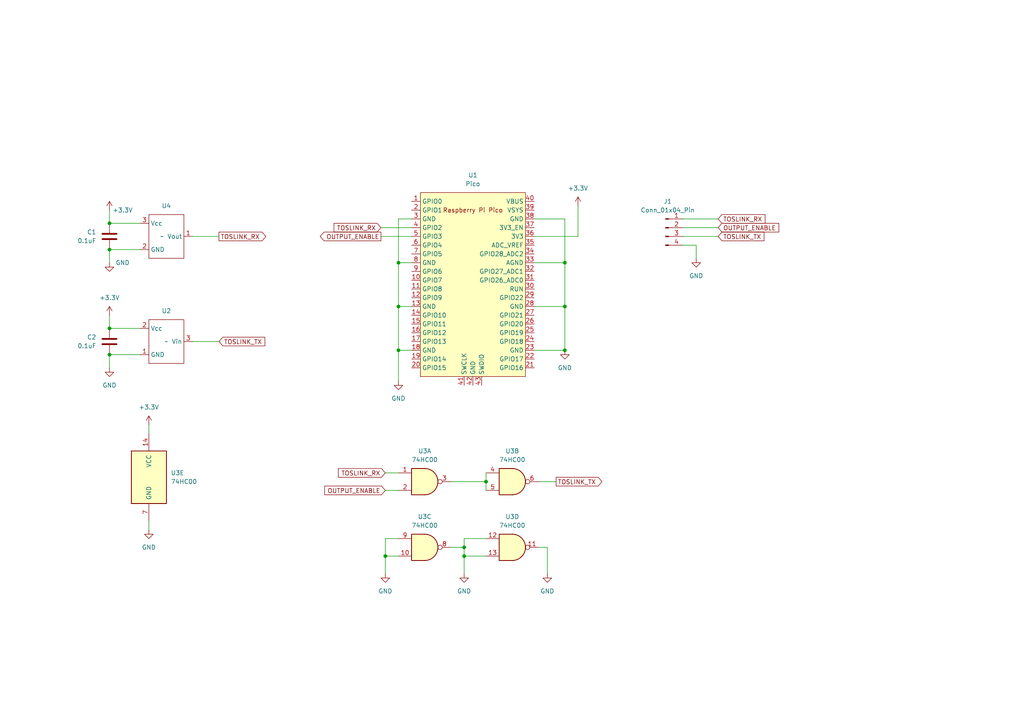
<source format=kicad_sch>
(kicad_sch (version 20230121) (generator eeschema)

  (uuid e81c75ca-fd6e-46a3-8da3-e93d4c2e0af9)

  (paper "A4")

  (lib_symbols
    (symbol "74xx:74HC00" (pin_names (offset 1.016)) (in_bom yes) (on_board yes)
      (property "Reference" "U" (at 0 1.27 0)
        (effects (font (size 1.27 1.27)))
      )
      (property "Value" "74HC00" (at 0 -1.27 0)
        (effects (font (size 1.27 1.27)))
      )
      (property "Footprint" "" (at 0 0 0)
        (effects (font (size 1.27 1.27)) hide)
      )
      (property "Datasheet" "http://www.ti.com/lit/gpn/sn74hc00" (at 0 0 0)
        (effects (font (size 1.27 1.27)) hide)
      )
      (property "ki_locked" "" (at 0 0 0)
        (effects (font (size 1.27 1.27)))
      )
      (property "ki_keywords" "HCMOS nand 2-input" (at 0 0 0)
        (effects (font (size 1.27 1.27)) hide)
      )
      (property "ki_description" "quad 2-input NAND gate" (at 0 0 0)
        (effects (font (size 1.27 1.27)) hide)
      )
      (property "ki_fp_filters" "DIP*W7.62mm* SO14*" (at 0 0 0)
        (effects (font (size 1.27 1.27)) hide)
      )
      (symbol "74HC00_1_1"
        (arc (start 0 -3.81) (mid 3.7934 0) (end 0 3.81)
          (stroke (width 0.254) (type default))
          (fill (type background))
        )
        (polyline
          (pts
            (xy 0 3.81)
            (xy -3.81 3.81)
            (xy -3.81 -3.81)
            (xy 0 -3.81)
          )
          (stroke (width 0.254) (type default))
          (fill (type background))
        )
        (pin input line (at -7.62 2.54 0) (length 3.81)
          (name "~" (effects (font (size 1.27 1.27))))
          (number "1" (effects (font (size 1.27 1.27))))
        )
        (pin input line (at -7.62 -2.54 0) (length 3.81)
          (name "~" (effects (font (size 1.27 1.27))))
          (number "2" (effects (font (size 1.27 1.27))))
        )
        (pin output inverted (at 7.62 0 180) (length 3.81)
          (name "~" (effects (font (size 1.27 1.27))))
          (number "3" (effects (font (size 1.27 1.27))))
        )
      )
      (symbol "74HC00_1_2"
        (arc (start -3.81 -3.81) (mid -2.589 0) (end -3.81 3.81)
          (stroke (width 0.254) (type default))
          (fill (type none))
        )
        (arc (start -0.6096 -3.81) (mid 2.1842 -2.5851) (end 3.81 0)
          (stroke (width 0.254) (type default))
          (fill (type background))
        )
        (polyline
          (pts
            (xy -3.81 -3.81)
            (xy -0.635 -3.81)
          )
          (stroke (width 0.254) (type default))
          (fill (type background))
        )
        (polyline
          (pts
            (xy -3.81 3.81)
            (xy -0.635 3.81)
          )
          (stroke (width 0.254) (type default))
          (fill (type background))
        )
        (polyline
          (pts
            (xy -0.635 3.81)
            (xy -3.81 3.81)
            (xy -3.81 3.81)
            (xy -3.556 3.4036)
            (xy -3.0226 2.2606)
            (xy -2.6924 1.0414)
            (xy -2.6162 -0.254)
            (xy -2.7686 -1.4986)
            (xy -3.175 -2.7178)
            (xy -3.81 -3.81)
            (xy -3.81 -3.81)
            (xy -0.635 -3.81)
          )
          (stroke (width -25.4) (type default))
          (fill (type background))
        )
        (arc (start 3.81 0) (mid 2.1915 2.5936) (end -0.6096 3.81)
          (stroke (width 0.254) (type default))
          (fill (type background))
        )
        (pin input inverted (at -7.62 2.54 0) (length 4.318)
          (name "~" (effects (font (size 1.27 1.27))))
          (number "1" (effects (font (size 1.27 1.27))))
        )
        (pin input inverted (at -7.62 -2.54 0) (length 4.318)
          (name "~" (effects (font (size 1.27 1.27))))
          (number "2" (effects (font (size 1.27 1.27))))
        )
        (pin output line (at 7.62 0 180) (length 3.81)
          (name "~" (effects (font (size 1.27 1.27))))
          (number "3" (effects (font (size 1.27 1.27))))
        )
      )
      (symbol "74HC00_2_1"
        (arc (start 0 -3.81) (mid 3.7934 0) (end 0 3.81)
          (stroke (width 0.254) (type default))
          (fill (type background))
        )
        (polyline
          (pts
            (xy 0 3.81)
            (xy -3.81 3.81)
            (xy -3.81 -3.81)
            (xy 0 -3.81)
          )
          (stroke (width 0.254) (type default))
          (fill (type background))
        )
        (pin input line (at -7.62 2.54 0) (length 3.81)
          (name "~" (effects (font (size 1.27 1.27))))
          (number "4" (effects (font (size 1.27 1.27))))
        )
        (pin input line (at -7.62 -2.54 0) (length 3.81)
          (name "~" (effects (font (size 1.27 1.27))))
          (number "5" (effects (font (size 1.27 1.27))))
        )
        (pin output inverted (at 7.62 0 180) (length 3.81)
          (name "~" (effects (font (size 1.27 1.27))))
          (number "6" (effects (font (size 1.27 1.27))))
        )
      )
      (symbol "74HC00_2_2"
        (arc (start -3.81 -3.81) (mid -2.589 0) (end -3.81 3.81)
          (stroke (width 0.254) (type default))
          (fill (type none))
        )
        (arc (start -0.6096 -3.81) (mid 2.1842 -2.5851) (end 3.81 0)
          (stroke (width 0.254) (type default))
          (fill (type background))
        )
        (polyline
          (pts
            (xy -3.81 -3.81)
            (xy -0.635 -3.81)
          )
          (stroke (width 0.254) (type default))
          (fill (type background))
        )
        (polyline
          (pts
            (xy -3.81 3.81)
            (xy -0.635 3.81)
          )
          (stroke (width 0.254) (type default))
          (fill (type background))
        )
        (polyline
          (pts
            (xy -0.635 3.81)
            (xy -3.81 3.81)
            (xy -3.81 3.81)
            (xy -3.556 3.4036)
            (xy -3.0226 2.2606)
            (xy -2.6924 1.0414)
            (xy -2.6162 -0.254)
            (xy -2.7686 -1.4986)
            (xy -3.175 -2.7178)
            (xy -3.81 -3.81)
            (xy -3.81 -3.81)
            (xy -0.635 -3.81)
          )
          (stroke (width -25.4) (type default))
          (fill (type background))
        )
        (arc (start 3.81 0) (mid 2.1915 2.5936) (end -0.6096 3.81)
          (stroke (width 0.254) (type default))
          (fill (type background))
        )
        (pin input inverted (at -7.62 2.54 0) (length 4.318)
          (name "~" (effects (font (size 1.27 1.27))))
          (number "4" (effects (font (size 1.27 1.27))))
        )
        (pin input inverted (at -7.62 -2.54 0) (length 4.318)
          (name "~" (effects (font (size 1.27 1.27))))
          (number "5" (effects (font (size 1.27 1.27))))
        )
        (pin output line (at 7.62 0 180) (length 3.81)
          (name "~" (effects (font (size 1.27 1.27))))
          (number "6" (effects (font (size 1.27 1.27))))
        )
      )
      (symbol "74HC00_3_1"
        (arc (start 0 -3.81) (mid 3.7934 0) (end 0 3.81)
          (stroke (width 0.254) (type default))
          (fill (type background))
        )
        (polyline
          (pts
            (xy 0 3.81)
            (xy -3.81 3.81)
            (xy -3.81 -3.81)
            (xy 0 -3.81)
          )
          (stroke (width 0.254) (type default))
          (fill (type background))
        )
        (pin input line (at -7.62 -2.54 0) (length 3.81)
          (name "~" (effects (font (size 1.27 1.27))))
          (number "10" (effects (font (size 1.27 1.27))))
        )
        (pin output inverted (at 7.62 0 180) (length 3.81)
          (name "~" (effects (font (size 1.27 1.27))))
          (number "8" (effects (font (size 1.27 1.27))))
        )
        (pin input line (at -7.62 2.54 0) (length 3.81)
          (name "~" (effects (font (size 1.27 1.27))))
          (number "9" (effects (font (size 1.27 1.27))))
        )
      )
      (symbol "74HC00_3_2"
        (arc (start -3.81 -3.81) (mid -2.589 0) (end -3.81 3.81)
          (stroke (width 0.254) (type default))
          (fill (type none))
        )
        (arc (start -0.6096 -3.81) (mid 2.1842 -2.5851) (end 3.81 0)
          (stroke (width 0.254) (type default))
          (fill (type background))
        )
        (polyline
          (pts
            (xy -3.81 -3.81)
            (xy -0.635 -3.81)
          )
          (stroke (width 0.254) (type default))
          (fill (type background))
        )
        (polyline
          (pts
            (xy -3.81 3.81)
            (xy -0.635 3.81)
          )
          (stroke (width 0.254) (type default))
          (fill (type background))
        )
        (polyline
          (pts
            (xy -0.635 3.81)
            (xy -3.81 3.81)
            (xy -3.81 3.81)
            (xy -3.556 3.4036)
            (xy -3.0226 2.2606)
            (xy -2.6924 1.0414)
            (xy -2.6162 -0.254)
            (xy -2.7686 -1.4986)
            (xy -3.175 -2.7178)
            (xy -3.81 -3.81)
            (xy -3.81 -3.81)
            (xy -0.635 -3.81)
          )
          (stroke (width -25.4) (type default))
          (fill (type background))
        )
        (arc (start 3.81 0) (mid 2.1915 2.5936) (end -0.6096 3.81)
          (stroke (width 0.254) (type default))
          (fill (type background))
        )
        (pin input inverted (at -7.62 -2.54 0) (length 4.318)
          (name "~" (effects (font (size 1.27 1.27))))
          (number "10" (effects (font (size 1.27 1.27))))
        )
        (pin output line (at 7.62 0 180) (length 3.81)
          (name "~" (effects (font (size 1.27 1.27))))
          (number "8" (effects (font (size 1.27 1.27))))
        )
        (pin input inverted (at -7.62 2.54 0) (length 4.318)
          (name "~" (effects (font (size 1.27 1.27))))
          (number "9" (effects (font (size 1.27 1.27))))
        )
      )
      (symbol "74HC00_4_1"
        (arc (start 0 -3.81) (mid 3.7934 0) (end 0 3.81)
          (stroke (width 0.254) (type default))
          (fill (type background))
        )
        (polyline
          (pts
            (xy 0 3.81)
            (xy -3.81 3.81)
            (xy -3.81 -3.81)
            (xy 0 -3.81)
          )
          (stroke (width 0.254) (type default))
          (fill (type background))
        )
        (pin output inverted (at 7.62 0 180) (length 3.81)
          (name "~" (effects (font (size 1.27 1.27))))
          (number "11" (effects (font (size 1.27 1.27))))
        )
        (pin input line (at -7.62 2.54 0) (length 3.81)
          (name "~" (effects (font (size 1.27 1.27))))
          (number "12" (effects (font (size 1.27 1.27))))
        )
        (pin input line (at -7.62 -2.54 0) (length 3.81)
          (name "~" (effects (font (size 1.27 1.27))))
          (number "13" (effects (font (size 1.27 1.27))))
        )
      )
      (symbol "74HC00_4_2"
        (arc (start -3.81 -3.81) (mid -2.589 0) (end -3.81 3.81)
          (stroke (width 0.254) (type default))
          (fill (type none))
        )
        (arc (start -0.6096 -3.81) (mid 2.1842 -2.5851) (end 3.81 0)
          (stroke (width 0.254) (type default))
          (fill (type background))
        )
        (polyline
          (pts
            (xy -3.81 -3.81)
            (xy -0.635 -3.81)
          )
          (stroke (width 0.254) (type default))
          (fill (type background))
        )
        (polyline
          (pts
            (xy -3.81 3.81)
            (xy -0.635 3.81)
          )
          (stroke (width 0.254) (type default))
          (fill (type background))
        )
        (polyline
          (pts
            (xy -0.635 3.81)
            (xy -3.81 3.81)
            (xy -3.81 3.81)
            (xy -3.556 3.4036)
            (xy -3.0226 2.2606)
            (xy -2.6924 1.0414)
            (xy -2.6162 -0.254)
            (xy -2.7686 -1.4986)
            (xy -3.175 -2.7178)
            (xy -3.81 -3.81)
            (xy -3.81 -3.81)
            (xy -0.635 -3.81)
          )
          (stroke (width -25.4) (type default))
          (fill (type background))
        )
        (arc (start 3.81 0) (mid 2.1915 2.5936) (end -0.6096 3.81)
          (stroke (width 0.254) (type default))
          (fill (type background))
        )
        (pin output line (at 7.62 0 180) (length 3.81)
          (name "~" (effects (font (size 1.27 1.27))))
          (number "11" (effects (font (size 1.27 1.27))))
        )
        (pin input inverted (at -7.62 2.54 0) (length 4.318)
          (name "~" (effects (font (size 1.27 1.27))))
          (number "12" (effects (font (size 1.27 1.27))))
        )
        (pin input inverted (at -7.62 -2.54 0) (length 4.318)
          (name "~" (effects (font (size 1.27 1.27))))
          (number "13" (effects (font (size 1.27 1.27))))
        )
      )
      (symbol "74HC00_5_0"
        (pin power_in line (at 0 12.7 270) (length 5.08)
          (name "VCC" (effects (font (size 1.27 1.27))))
          (number "14" (effects (font (size 1.27 1.27))))
        )
        (pin power_in line (at 0 -12.7 90) (length 5.08)
          (name "GND" (effects (font (size 1.27 1.27))))
          (number "7" (effects (font (size 1.27 1.27))))
        )
      )
      (symbol "74HC00_5_1"
        (rectangle (start -5.08 7.62) (end 5.08 -7.62)
          (stroke (width 0.254) (type default))
          (fill (type background))
        )
      )
    )
    (symbol "Connector:Conn_01x04_Pin" (pin_names (offset 1.016) hide) (in_bom yes) (on_board yes)
      (property "Reference" "J" (at 0 5.08 0)
        (effects (font (size 1.27 1.27)))
      )
      (property "Value" "Conn_01x04_Pin" (at 0 -7.62 0)
        (effects (font (size 1.27 1.27)))
      )
      (property "Footprint" "" (at 0 0 0)
        (effects (font (size 1.27 1.27)) hide)
      )
      (property "Datasheet" "~" (at 0 0 0)
        (effects (font (size 1.27 1.27)) hide)
      )
      (property "ki_locked" "" (at 0 0 0)
        (effects (font (size 1.27 1.27)))
      )
      (property "ki_keywords" "connector" (at 0 0 0)
        (effects (font (size 1.27 1.27)) hide)
      )
      (property "ki_description" "Generic connector, single row, 01x04, script generated" (at 0 0 0)
        (effects (font (size 1.27 1.27)) hide)
      )
      (property "ki_fp_filters" "Connector*:*_1x??_*" (at 0 0 0)
        (effects (font (size 1.27 1.27)) hide)
      )
      (symbol "Conn_01x04_Pin_1_1"
        (polyline
          (pts
            (xy 1.27 -5.08)
            (xy 0.8636 -5.08)
          )
          (stroke (width 0.1524) (type default))
          (fill (type none))
        )
        (polyline
          (pts
            (xy 1.27 -2.54)
            (xy 0.8636 -2.54)
          )
          (stroke (width 0.1524) (type default))
          (fill (type none))
        )
        (polyline
          (pts
            (xy 1.27 0)
            (xy 0.8636 0)
          )
          (stroke (width 0.1524) (type default))
          (fill (type none))
        )
        (polyline
          (pts
            (xy 1.27 2.54)
            (xy 0.8636 2.54)
          )
          (stroke (width 0.1524) (type default))
          (fill (type none))
        )
        (rectangle (start 0.8636 -4.953) (end 0 -5.207)
          (stroke (width 0.1524) (type default))
          (fill (type outline))
        )
        (rectangle (start 0.8636 -2.413) (end 0 -2.667)
          (stroke (width 0.1524) (type default))
          (fill (type outline))
        )
        (rectangle (start 0.8636 0.127) (end 0 -0.127)
          (stroke (width 0.1524) (type default))
          (fill (type outline))
        )
        (rectangle (start 0.8636 2.667) (end 0 2.413)
          (stroke (width 0.1524) (type default))
          (fill (type outline))
        )
        (pin passive line (at 5.08 2.54 180) (length 3.81)
          (name "Pin_1" (effects (font (size 1.27 1.27))))
          (number "1" (effects (font (size 1.27 1.27))))
        )
        (pin passive line (at 5.08 0 180) (length 3.81)
          (name "Pin_2" (effects (font (size 1.27 1.27))))
          (number "2" (effects (font (size 1.27 1.27))))
        )
        (pin passive line (at 5.08 -2.54 180) (length 3.81)
          (name "Pin_3" (effects (font (size 1.27 1.27))))
          (number "3" (effects (font (size 1.27 1.27))))
        )
        (pin passive line (at 5.08 -5.08 180) (length 3.81)
          (name "Pin_4" (effects (font (size 1.27 1.27))))
          (number "4" (effects (font (size 1.27 1.27))))
        )
      )
    )
    (symbol "Device:C" (pin_numbers hide) (pin_names (offset 0.254)) (in_bom yes) (on_board yes)
      (property "Reference" "C" (at 0.635 2.54 0)
        (effects (font (size 1.27 1.27)) (justify left))
      )
      (property "Value" "C" (at 0.635 -2.54 0)
        (effects (font (size 1.27 1.27)) (justify left))
      )
      (property "Footprint" "" (at 0.9652 -3.81 0)
        (effects (font (size 1.27 1.27)) hide)
      )
      (property "Datasheet" "~" (at 0 0 0)
        (effects (font (size 1.27 1.27)) hide)
      )
      (property "ki_keywords" "cap capacitor" (at 0 0 0)
        (effects (font (size 1.27 1.27)) hide)
      )
      (property "ki_description" "Unpolarized capacitor" (at 0 0 0)
        (effects (font (size 1.27 1.27)) hide)
      )
      (property "ki_fp_filters" "C_*" (at 0 0 0)
        (effects (font (size 1.27 1.27)) hide)
      )
      (symbol "C_0_1"
        (polyline
          (pts
            (xy -2.032 -0.762)
            (xy 2.032 -0.762)
          )
          (stroke (width 0.508) (type default))
          (fill (type none))
        )
        (polyline
          (pts
            (xy -2.032 0.762)
            (xy 2.032 0.762)
          )
          (stroke (width 0.508) (type default))
          (fill (type none))
        )
      )
      (symbol "C_1_1"
        (pin passive line (at 0 3.81 270) (length 2.794)
          (name "~" (effects (font (size 1.27 1.27))))
          (number "1" (effects (font (size 1.27 1.27))))
        )
        (pin passive line (at 0 -3.81 90) (length 2.794)
          (name "~" (effects (font (size 1.27 1.27))))
          (number "2" (effects (font (size 1.27 1.27))))
        )
      )
    )
    (symbol "MCU_RaspberryPi_and_Boards:Pico" (in_bom yes) (on_board yes)
      (property "Reference" "U" (at -13.97 27.94 0)
        (effects (font (size 1.27 1.27)))
      )
      (property "Value" "Pico" (at 0 19.05 0)
        (effects (font (size 1.27 1.27)))
      )
      (property "Footprint" "RPi_Pico:RPi_Pico_SMD_TH" (at 0 0 90)
        (effects (font (size 1.27 1.27)) hide)
      )
      (property "Datasheet" "" (at 0 0 0)
        (effects (font (size 1.27 1.27)) hide)
      )
      (symbol "Pico_0_0"
        (text "Raspberry Pi Pico" (at 0 21.59 0)
          (effects (font (size 1.27 1.27)))
        )
      )
      (symbol "Pico_0_1"
        (rectangle (start -15.24 26.67) (end 15.24 -26.67)
          (stroke (width 0) (type default))
          (fill (type background))
        )
      )
      (symbol "Pico_1_1"
        (pin bidirectional line (at -17.78 24.13 0) (length 2.54)
          (name "GPIO0" (effects (font (size 1.27 1.27))))
          (number "1" (effects (font (size 1.27 1.27))))
        )
        (pin bidirectional line (at -17.78 1.27 0) (length 2.54)
          (name "GPIO7" (effects (font (size 1.27 1.27))))
          (number "10" (effects (font (size 1.27 1.27))))
        )
        (pin bidirectional line (at -17.78 -1.27 0) (length 2.54)
          (name "GPIO8" (effects (font (size 1.27 1.27))))
          (number "11" (effects (font (size 1.27 1.27))))
        )
        (pin bidirectional line (at -17.78 -3.81 0) (length 2.54)
          (name "GPIO9" (effects (font (size 1.27 1.27))))
          (number "12" (effects (font (size 1.27 1.27))))
        )
        (pin power_in line (at -17.78 -6.35 0) (length 2.54)
          (name "GND" (effects (font (size 1.27 1.27))))
          (number "13" (effects (font (size 1.27 1.27))))
        )
        (pin bidirectional line (at -17.78 -8.89 0) (length 2.54)
          (name "GPIO10" (effects (font (size 1.27 1.27))))
          (number "14" (effects (font (size 1.27 1.27))))
        )
        (pin bidirectional line (at -17.78 -11.43 0) (length 2.54)
          (name "GPIO11" (effects (font (size 1.27 1.27))))
          (number "15" (effects (font (size 1.27 1.27))))
        )
        (pin bidirectional line (at -17.78 -13.97 0) (length 2.54)
          (name "GPIO12" (effects (font (size 1.27 1.27))))
          (number "16" (effects (font (size 1.27 1.27))))
        )
        (pin bidirectional line (at -17.78 -16.51 0) (length 2.54)
          (name "GPIO13" (effects (font (size 1.27 1.27))))
          (number "17" (effects (font (size 1.27 1.27))))
        )
        (pin power_in line (at -17.78 -19.05 0) (length 2.54)
          (name "GND" (effects (font (size 1.27 1.27))))
          (number "18" (effects (font (size 1.27 1.27))))
        )
        (pin bidirectional line (at -17.78 -21.59 0) (length 2.54)
          (name "GPIO14" (effects (font (size 1.27 1.27))))
          (number "19" (effects (font (size 1.27 1.27))))
        )
        (pin bidirectional line (at -17.78 21.59 0) (length 2.54)
          (name "GPIO1" (effects (font (size 1.27 1.27))))
          (number "2" (effects (font (size 1.27 1.27))))
        )
        (pin bidirectional line (at -17.78 -24.13 0) (length 2.54)
          (name "GPIO15" (effects (font (size 1.27 1.27))))
          (number "20" (effects (font (size 1.27 1.27))))
        )
        (pin bidirectional line (at 17.78 -24.13 180) (length 2.54)
          (name "GPIO16" (effects (font (size 1.27 1.27))))
          (number "21" (effects (font (size 1.27 1.27))))
        )
        (pin bidirectional line (at 17.78 -21.59 180) (length 2.54)
          (name "GPIO17" (effects (font (size 1.27 1.27))))
          (number "22" (effects (font (size 1.27 1.27))))
        )
        (pin power_in line (at 17.78 -19.05 180) (length 2.54)
          (name "GND" (effects (font (size 1.27 1.27))))
          (number "23" (effects (font (size 1.27 1.27))))
        )
        (pin bidirectional line (at 17.78 -16.51 180) (length 2.54)
          (name "GPIO18" (effects (font (size 1.27 1.27))))
          (number "24" (effects (font (size 1.27 1.27))))
        )
        (pin bidirectional line (at 17.78 -13.97 180) (length 2.54)
          (name "GPIO19" (effects (font (size 1.27 1.27))))
          (number "25" (effects (font (size 1.27 1.27))))
        )
        (pin bidirectional line (at 17.78 -11.43 180) (length 2.54)
          (name "GPIO20" (effects (font (size 1.27 1.27))))
          (number "26" (effects (font (size 1.27 1.27))))
        )
        (pin bidirectional line (at 17.78 -8.89 180) (length 2.54)
          (name "GPIO21" (effects (font (size 1.27 1.27))))
          (number "27" (effects (font (size 1.27 1.27))))
        )
        (pin power_in line (at 17.78 -6.35 180) (length 2.54)
          (name "GND" (effects (font (size 1.27 1.27))))
          (number "28" (effects (font (size 1.27 1.27))))
        )
        (pin bidirectional line (at 17.78 -3.81 180) (length 2.54)
          (name "GPIO22" (effects (font (size 1.27 1.27))))
          (number "29" (effects (font (size 1.27 1.27))))
        )
        (pin power_in line (at -17.78 19.05 0) (length 2.54)
          (name "GND" (effects (font (size 1.27 1.27))))
          (number "3" (effects (font (size 1.27 1.27))))
        )
        (pin input line (at 17.78 -1.27 180) (length 2.54)
          (name "RUN" (effects (font (size 1.27 1.27))))
          (number "30" (effects (font (size 1.27 1.27))))
        )
        (pin bidirectional line (at 17.78 1.27 180) (length 2.54)
          (name "GPIO26_ADC0" (effects (font (size 1.27 1.27))))
          (number "31" (effects (font (size 1.27 1.27))))
        )
        (pin bidirectional line (at 17.78 3.81 180) (length 2.54)
          (name "GPIO27_ADC1" (effects (font (size 1.27 1.27))))
          (number "32" (effects (font (size 1.27 1.27))))
        )
        (pin power_in line (at 17.78 6.35 180) (length 2.54)
          (name "AGND" (effects (font (size 1.27 1.27))))
          (number "33" (effects (font (size 1.27 1.27))))
        )
        (pin bidirectional line (at 17.78 8.89 180) (length 2.54)
          (name "GPIO28_ADC2" (effects (font (size 1.27 1.27))))
          (number "34" (effects (font (size 1.27 1.27))))
        )
        (pin power_in line (at 17.78 11.43 180) (length 2.54)
          (name "ADC_VREF" (effects (font (size 1.27 1.27))))
          (number "35" (effects (font (size 1.27 1.27))))
        )
        (pin power_in line (at 17.78 13.97 180) (length 2.54)
          (name "3V3" (effects (font (size 1.27 1.27))))
          (number "36" (effects (font (size 1.27 1.27))))
        )
        (pin input line (at 17.78 16.51 180) (length 2.54)
          (name "3V3_EN" (effects (font (size 1.27 1.27))))
          (number "37" (effects (font (size 1.27 1.27))))
        )
        (pin bidirectional line (at 17.78 19.05 180) (length 2.54)
          (name "GND" (effects (font (size 1.27 1.27))))
          (number "38" (effects (font (size 1.27 1.27))))
        )
        (pin power_in line (at 17.78 21.59 180) (length 2.54)
          (name "VSYS" (effects (font (size 1.27 1.27))))
          (number "39" (effects (font (size 1.27 1.27))))
        )
        (pin bidirectional line (at -17.78 16.51 0) (length 2.54)
          (name "GPIO2" (effects (font (size 1.27 1.27))))
          (number "4" (effects (font (size 1.27 1.27))))
        )
        (pin power_in line (at 17.78 24.13 180) (length 2.54)
          (name "VBUS" (effects (font (size 1.27 1.27))))
          (number "40" (effects (font (size 1.27 1.27))))
        )
        (pin input line (at -2.54 -29.21 90) (length 2.54)
          (name "SWCLK" (effects (font (size 1.27 1.27))))
          (number "41" (effects (font (size 1.27 1.27))))
        )
        (pin power_in line (at 0 -29.21 90) (length 2.54)
          (name "GND" (effects (font (size 1.27 1.27))))
          (number "42" (effects (font (size 1.27 1.27))))
        )
        (pin bidirectional line (at 2.54 -29.21 90) (length 2.54)
          (name "SWDIO" (effects (font (size 1.27 1.27))))
          (number "43" (effects (font (size 1.27 1.27))))
        )
        (pin bidirectional line (at -17.78 13.97 0) (length 2.54)
          (name "GPIO3" (effects (font (size 1.27 1.27))))
          (number "5" (effects (font (size 1.27 1.27))))
        )
        (pin bidirectional line (at -17.78 11.43 0) (length 2.54)
          (name "GPIO4" (effects (font (size 1.27 1.27))))
          (number "6" (effects (font (size 1.27 1.27))))
        )
        (pin bidirectional line (at -17.78 8.89 0) (length 2.54)
          (name "GPIO5" (effects (font (size 1.27 1.27))))
          (number "7" (effects (font (size 1.27 1.27))))
        )
        (pin power_in line (at -17.78 6.35 0) (length 2.54)
          (name "GND" (effects (font (size 1.27 1.27))))
          (number "8" (effects (font (size 1.27 1.27))))
        )
        (pin bidirectional line (at -17.78 3.81 0) (length 2.54)
          (name "GPIO6" (effects (font (size 1.27 1.27))))
          (number "9" (effects (font (size 1.27 1.27))))
        )
      )
    )
    (symbol "OptoElectronics:ORJ-1" (in_bom yes) (on_board yes)
      (property "Reference" "U" (at 0 -8.89 0)
        (effects (font (size 1.27 1.27)))
      )
      (property "Value" "" (at -1.27 0 0)
        (effects (font (size 1.27 1.27)))
      )
      (property "Footprint" "" (at -1.27 0 0)
        (effects (font (size 1.27 1.27)) hide)
      )
      (property "Datasheet" "" (at -1.27 0 0)
        (effects (font (size 1.27 1.27)) hide)
      )
      (symbol "ORJ-1_0_1"
        (rectangle (start -5.08 6.35) (end 5.08 -6.35)
          (stroke (width 0) (type default))
          (fill (type none))
        )
      )
      (symbol "ORJ-1_1_1"
        (pin output line (at 7.62 0 180) (length 2.54)
          (name "Vout" (effects (font (size 1.27 1.27))))
          (number "1" (effects (font (size 1.27 1.27))))
        )
        (pin power_in line (at -7.62 -3.81 0) (length 2.54)
          (name "GND" (effects (font (size 1.27 1.27))))
          (number "2" (effects (font (size 1.27 1.27))))
        )
        (pin power_in line (at -7.62 3.81 0) (length 2.54)
          (name "Vcc" (effects (font (size 1.27 1.27))))
          (number "3" (effects (font (size 1.27 1.27))))
        )
      )
    )
    (symbol "OptoElectronics:OTJ-1" (in_bom yes) (on_board yes)
      (property "Reference" "U" (at 0 -8.89 0)
        (effects (font (size 1.27 1.27)))
      )
      (property "Value" "" (at 0 0 0)
        (effects (font (size 1.27 1.27)))
      )
      (property "Footprint" "" (at 0 0 0)
        (effects (font (size 1.27 1.27)) hide)
      )
      (property "Datasheet" "" (at 0 0 0)
        (effects (font (size 1.27 1.27)) hide)
      )
      (symbol "OTJ-1_0_1"
        (rectangle (start -5.08 6.35) (end 5.08 -6.35)
          (stroke (width 0) (type default))
          (fill (type none))
        )
      )
      (symbol "OTJ-1_1_1"
        (pin power_in line (at -7.62 -3.81 0) (length 2.54)
          (name "GND" (effects (font (size 1.27 1.27))))
          (number "1" (effects (font (size 1.27 1.27))))
        )
        (pin power_in line (at -7.62 3.81 0) (length 2.54)
          (name "Vcc" (effects (font (size 1.27 1.27))))
          (number "2" (effects (font (size 1.27 1.27))))
        )
        (pin input line (at 7.62 0 180) (length 2.54)
          (name "Vin" (effects (font (size 1.27 1.27))))
          (number "3" (effects (font (size 1.27 1.27))))
        )
      )
    )
    (symbol "power:+3.3V" (power) (pin_names (offset 0)) (in_bom yes) (on_board yes)
      (property "Reference" "#PWR" (at 0 -3.81 0)
        (effects (font (size 1.27 1.27)) hide)
      )
      (property "Value" "+3.3V" (at 0 3.556 0)
        (effects (font (size 1.27 1.27)))
      )
      (property "Footprint" "" (at 0 0 0)
        (effects (font (size 1.27 1.27)) hide)
      )
      (property "Datasheet" "" (at 0 0 0)
        (effects (font (size 1.27 1.27)) hide)
      )
      (property "ki_keywords" "global power" (at 0 0 0)
        (effects (font (size 1.27 1.27)) hide)
      )
      (property "ki_description" "Power symbol creates a global label with name \"+3.3V\"" (at 0 0 0)
        (effects (font (size 1.27 1.27)) hide)
      )
      (symbol "+3.3V_0_1"
        (polyline
          (pts
            (xy -0.762 1.27)
            (xy 0 2.54)
          )
          (stroke (width 0) (type default))
          (fill (type none))
        )
        (polyline
          (pts
            (xy 0 0)
            (xy 0 2.54)
          )
          (stroke (width 0) (type default))
          (fill (type none))
        )
        (polyline
          (pts
            (xy 0 2.54)
            (xy 0.762 1.27)
          )
          (stroke (width 0) (type default))
          (fill (type none))
        )
      )
      (symbol "+3.3V_1_1"
        (pin power_in line (at 0 0 90) (length 0) hide
          (name "+3.3V" (effects (font (size 1.27 1.27))))
          (number "1" (effects (font (size 1.27 1.27))))
        )
      )
    )
    (symbol "power:GND" (power) (pin_names (offset 0)) (in_bom yes) (on_board yes)
      (property "Reference" "#PWR" (at 0 -6.35 0)
        (effects (font (size 1.27 1.27)) hide)
      )
      (property "Value" "GND" (at 0 -3.81 0)
        (effects (font (size 1.27 1.27)))
      )
      (property "Footprint" "" (at 0 0 0)
        (effects (font (size 1.27 1.27)) hide)
      )
      (property "Datasheet" "" (at 0 0 0)
        (effects (font (size 1.27 1.27)) hide)
      )
      (property "ki_keywords" "global power" (at 0 0 0)
        (effects (font (size 1.27 1.27)) hide)
      )
      (property "ki_description" "Power symbol creates a global label with name \"GND\" , ground" (at 0 0 0)
        (effects (font (size 1.27 1.27)) hide)
      )
      (symbol "GND_0_1"
        (polyline
          (pts
            (xy 0 0)
            (xy 0 -1.27)
            (xy 1.27 -1.27)
            (xy 0 -2.54)
            (xy -1.27 -1.27)
            (xy 0 -1.27)
          )
          (stroke (width 0) (type default))
          (fill (type none))
        )
      )
      (symbol "GND_1_1"
        (pin power_in line (at 0 0 270) (length 0) hide
          (name "GND" (effects (font (size 1.27 1.27))))
          (number "1" (effects (font (size 1.27 1.27))))
        )
      )
    )
  )

  (junction (at 163.83 88.9) (diameter 0) (color 0 0 0 0)
    (uuid 187e5b40-5f69-4066-a87c-74213eccd2b2)
  )
  (junction (at 115.57 101.6) (diameter 0) (color 0 0 0 0)
    (uuid 237996df-0379-44aa-b095-ec41f372a166)
  )
  (junction (at 31.75 102.87) (diameter 0) (color 0 0 0 0)
    (uuid 2a89282c-13b6-403c-9eb3-3736cf18ce5f)
  )
  (junction (at 134.62 158.75) (diameter 0) (color 0 0 0 0)
    (uuid 302ab442-1fb9-4c86-88fd-9fce0d46eecb)
  )
  (junction (at 115.57 88.9) (diameter 0) (color 0 0 0 0)
    (uuid 439b1229-8dee-4dd8-a401-1b2a7508b2c8)
  )
  (junction (at 111.76 161.29) (diameter 0) (color 0 0 0 0)
    (uuid 5a0f82f8-c45a-4823-9af0-8961c00ef6f5)
  )
  (junction (at 31.75 72.39) (diameter 0) (color 0 0 0 0)
    (uuid 5e90dd30-8e66-43a4-a93a-f796c24570da)
  )
  (junction (at 115.57 76.2) (diameter 0) (color 0 0 0 0)
    (uuid 75fc62d5-c96c-4de8-b3a0-2c4f3fe2ebc1)
  )
  (junction (at 163.83 76.2) (diameter 0) (color 0 0 0 0)
    (uuid 80df048a-b7f5-48a2-8e2b-5d8ab2b6fa1c)
  )
  (junction (at 163.83 101.6) (diameter 0) (color 0 0 0 0)
    (uuid 839cce07-65e7-4326-b633-37b7f76773e5)
  )
  (junction (at 140.97 139.7) (diameter 0) (color 0 0 0 0)
    (uuid 8f72f02c-edd1-421d-922f-18c01712852f)
  )
  (junction (at 31.75 64.77) (diameter 0) (color 0 0 0 0)
    (uuid 9dc465c2-ce70-4a67-bb95-ab1c70061b0d)
  )
  (junction (at 134.62 161.29) (diameter 0) (color 0 0 0 0)
    (uuid c177faab-bceb-4a74-ad79-d4ab8f52bd11)
  )
  (junction (at 31.75 95.25) (diameter 0) (color 0 0 0 0)
    (uuid d1518595-e940-42c4-bdfe-c8082f9cb5e6)
  )

  (wire (pts (xy 167.64 59.69) (xy 167.64 68.58))
    (stroke (width 0) (type default))
    (uuid 0ac65075-77f0-4a35-9d22-bdcb07762949)
  )
  (wire (pts (xy 134.62 161.29) (xy 140.97 161.29))
    (stroke (width 0) (type default))
    (uuid 0d935aac-5d38-4412-ad02-24c4d8129521)
  )
  (wire (pts (xy 154.94 88.9) (xy 163.83 88.9))
    (stroke (width 0) (type default))
    (uuid 13801f19-3315-4d59-b757-b5f3ee3df353)
  )
  (wire (pts (xy 31.75 91.44) (xy 31.75 95.25))
    (stroke (width 0) (type default))
    (uuid 182596d6-f0ef-4ae3-a1f6-a3d836e7a92e)
  )
  (wire (pts (xy 115.57 101.6) (xy 115.57 110.49))
    (stroke (width 0) (type default))
    (uuid 1c184f4a-ca0a-48c1-89ac-abaa1e8cec74)
  )
  (wire (pts (xy 198.12 63.5) (xy 208.28 63.5))
    (stroke (width 0) (type default))
    (uuid 1c6c690d-3cc5-4274-be6f-b1b2171c49c9)
  )
  (wire (pts (xy 140.97 139.7) (xy 140.97 142.24))
    (stroke (width 0) (type default))
    (uuid 27eb1b01-de7a-4505-85f3-a1591d06dd68)
  )
  (wire (pts (xy 154.94 101.6) (xy 163.83 101.6))
    (stroke (width 0) (type default))
    (uuid 2f83ac2d-e213-47a0-b57a-bfbae05ce7dc)
  )
  (wire (pts (xy 163.83 76.2) (xy 163.83 88.9))
    (stroke (width 0) (type default))
    (uuid 372e07bc-cbc5-49da-91f6-ceca53c62a8e)
  )
  (wire (pts (xy 130.81 139.7) (xy 140.97 139.7))
    (stroke (width 0) (type default))
    (uuid 3b2369d1-a66a-4b41-818d-8588f1ca1dfb)
  )
  (wire (pts (xy 167.64 68.58) (xy 154.94 68.58))
    (stroke (width 0) (type default))
    (uuid 40910d9b-4065-437c-80c9-9db0452507b3)
  )
  (wire (pts (xy 115.57 76.2) (xy 115.57 88.9))
    (stroke (width 0) (type default))
    (uuid 4174c59a-b309-4b00-8169-84640dc268a9)
  )
  (wire (pts (xy 140.97 137.16) (xy 140.97 139.7))
    (stroke (width 0) (type default))
    (uuid 41da1e79-9d4b-44d4-8e3c-1aff6b5e95e7)
  )
  (wire (pts (xy 111.76 161.29) (xy 115.57 161.29))
    (stroke (width 0) (type default))
    (uuid 54cf06fc-3323-4027-9a08-ee366ad62dce)
  )
  (wire (pts (xy 134.62 156.21) (xy 134.62 158.75))
    (stroke (width 0) (type default))
    (uuid 58663363-d236-4aa2-a4a8-36e5cae6d5fd)
  )
  (wire (pts (xy 198.12 66.04) (xy 208.28 66.04))
    (stroke (width 0) (type default))
    (uuid 5bf1ad2a-a391-4d1a-9181-ce43a011e999)
  )
  (wire (pts (xy 31.75 102.87) (xy 31.75 106.68))
    (stroke (width 0) (type default))
    (uuid 5e608d3c-82f7-4636-a3b4-3737017bcf24)
  )
  (wire (pts (xy 198.12 68.58) (xy 208.28 68.58))
    (stroke (width 0) (type default))
    (uuid 6476bf35-44ad-41ad-9394-82c0e59832d9)
  )
  (wire (pts (xy 163.83 88.9) (xy 163.83 101.6))
    (stroke (width 0) (type default))
    (uuid 65805f5c-ce0d-42be-80ec-77a3dd477a45)
  )
  (wire (pts (xy 111.76 161.29) (xy 111.76 166.37))
    (stroke (width 0) (type default))
    (uuid 668ab718-a7ec-4bb3-bbbb-0957f97620c2)
  )
  (wire (pts (xy 158.75 158.75) (xy 158.75 166.37))
    (stroke (width 0) (type default))
    (uuid 689ede5e-2043-4517-80e4-2334c2dc793d)
  )
  (wire (pts (xy 31.75 95.25) (xy 40.64 95.25))
    (stroke (width 0) (type default))
    (uuid 6fcf47ca-fdb3-45b6-8872-614d5381c4f3)
  )
  (wire (pts (xy 154.94 63.5) (xy 163.83 63.5))
    (stroke (width 0) (type default))
    (uuid 703cae4d-0bcb-46d3-8dbe-2838ca42c6c5)
  )
  (wire (pts (xy 43.18 151.13) (xy 43.18 153.67))
    (stroke (width 0) (type default))
    (uuid 7a06add6-e61b-45da-bdf9-ee09718ec82b)
  )
  (wire (pts (xy 130.81 158.75) (xy 134.62 158.75))
    (stroke (width 0) (type default))
    (uuid 80ff8bf1-6096-4671-a771-518dca83695a)
  )
  (wire (pts (xy 115.57 63.5) (xy 115.57 76.2))
    (stroke (width 0) (type default))
    (uuid 8931808b-ca41-4cf5-a386-77717bab8ffa)
  )
  (wire (pts (xy 55.88 68.58) (xy 63.5 68.58))
    (stroke (width 0) (type default))
    (uuid 89340ff4-c6c6-4d30-8b43-e77b7df605ef)
  )
  (wire (pts (xy 119.38 88.9) (xy 115.57 88.9))
    (stroke (width 0) (type default))
    (uuid 98abc521-a6cd-4156-aecb-bd7bf04527fa)
  )
  (wire (pts (xy 43.18 123.19) (xy 43.18 125.73))
    (stroke (width 0) (type default))
    (uuid 99f0efeb-ae88-4506-b2e9-116318d0eb1b)
  )
  (wire (pts (xy 111.76 142.24) (xy 115.57 142.24))
    (stroke (width 0) (type default))
    (uuid 9faa9b7f-f92d-497c-8ea9-0b829c46d930)
  )
  (wire (pts (xy 111.76 156.21) (xy 111.76 161.29))
    (stroke (width 0) (type default))
    (uuid a114b34b-88de-4508-b32a-69a6f29d465d)
  )
  (wire (pts (xy 140.97 156.21) (xy 134.62 156.21))
    (stroke (width 0) (type default))
    (uuid a252cf2f-e5b9-4a61-9df7-6f3d468a5be2)
  )
  (wire (pts (xy 119.38 101.6) (xy 115.57 101.6))
    (stroke (width 0) (type default))
    (uuid a2b023e8-8f29-4bc9-a60c-2a87cb9c1a3c)
  )
  (wire (pts (xy 31.75 60.96) (xy 31.75 64.77))
    (stroke (width 0) (type default))
    (uuid a39ef082-67aa-4380-8939-3850ce7c37e3)
  )
  (wire (pts (xy 55.88 99.06) (xy 63.5 99.06))
    (stroke (width 0) (type default))
    (uuid abf9ee95-1f8f-4f76-9a49-2e09427dfa79)
  )
  (wire (pts (xy 119.38 63.5) (xy 115.57 63.5))
    (stroke (width 0) (type default))
    (uuid acd96c39-6b74-4a1d-b7d6-2a64d31e9da4)
  )
  (wire (pts (xy 31.75 102.87) (xy 40.64 102.87))
    (stroke (width 0) (type default))
    (uuid adf96472-ab5d-4393-abac-282884d08450)
  )
  (wire (pts (xy 134.62 158.75) (xy 134.62 161.29))
    (stroke (width 0) (type default))
    (uuid b165ace0-6780-4990-bd52-b1a80fc96d3d)
  )
  (wire (pts (xy 163.83 63.5) (xy 163.83 76.2))
    (stroke (width 0) (type default))
    (uuid b1dcc953-4c97-49ed-8838-bbfc80437570)
  )
  (wire (pts (xy 198.12 71.12) (xy 201.93 71.12))
    (stroke (width 0) (type default))
    (uuid b258f316-d2ef-4b4b-a152-722fec5cb40e)
  )
  (wire (pts (xy 201.93 74.93) (xy 201.93 71.12))
    (stroke (width 0) (type default))
    (uuid b2c986b6-4d88-485e-800b-4603137e7b4a)
  )
  (wire (pts (xy 31.75 72.39) (xy 40.64 72.39))
    (stroke (width 0) (type default))
    (uuid b60dab99-1c58-4488-a602-3f2c1a992009)
  )
  (wire (pts (xy 110.49 68.58) (xy 119.38 68.58))
    (stroke (width 0) (type default))
    (uuid c52e5471-4b0c-42a7-aa61-a3475d11d2ce)
  )
  (wire (pts (xy 156.21 139.7) (xy 161.29 139.7))
    (stroke (width 0) (type default))
    (uuid d2d52dd3-b3d9-476d-a091-b1ac484344b1)
  )
  (wire (pts (xy 154.94 76.2) (xy 163.83 76.2))
    (stroke (width 0) (type default))
    (uuid d77afaa0-66dc-4162-90d5-b94118d21df2)
  )
  (wire (pts (xy 110.49 66.04) (xy 119.38 66.04))
    (stroke (width 0) (type default))
    (uuid db098766-962e-41cb-85d3-0d5db8a5ada1)
  )
  (wire (pts (xy 119.38 76.2) (xy 115.57 76.2))
    (stroke (width 0) (type default))
    (uuid e034cd91-afe3-403b-b7ce-36861716fa99)
  )
  (wire (pts (xy 134.62 161.29) (xy 134.62 166.37))
    (stroke (width 0) (type default))
    (uuid e4b3c48e-b119-45e2-8c49-06eb02a35119)
  )
  (wire (pts (xy 115.57 156.21) (xy 111.76 156.21))
    (stroke (width 0) (type default))
    (uuid e7b1ed6d-0aff-4969-9d49-49ea0f9a5c80)
  )
  (wire (pts (xy 156.21 158.75) (xy 158.75 158.75))
    (stroke (width 0) (type default))
    (uuid eee3e182-3b73-4da0-ab7c-dd87150d2802)
  )
  (wire (pts (xy 31.75 64.77) (xy 40.64 64.77))
    (stroke (width 0) (type default))
    (uuid ef000d84-f859-4c1d-ba9a-193375eba35f)
  )
  (wire (pts (xy 31.75 72.39) (xy 31.75 76.2))
    (stroke (width 0) (type default))
    (uuid f3920f37-74d0-4e79-b42e-dcaf70cc82c3)
  )
  (wire (pts (xy 115.57 88.9) (xy 115.57 101.6))
    (stroke (width 0) (type default))
    (uuid f54141a3-74d6-46dc-b402-1eda3da7127a)
  )
  (wire (pts (xy 111.76 137.16) (xy 115.57 137.16))
    (stroke (width 0) (type default))
    (uuid fb1d6ad1-bf86-4bb3-a4da-947e3f40ce40)
  )

  (global_label "TOSLINK_TX" (shape input) (at 208.28 68.58 0) (fields_autoplaced)
    (effects (font (size 1.27 1.27)) (justify left))
    (uuid 0660fe83-9530-48be-9d84-f9a5f54ac5e6)
    (property "Intersheetrefs" "${INTERSHEET_REFS}" (at 222.1509 68.58 0)
      (effects (font (size 1.27 1.27)) (justify left) hide)
    )
  )
  (global_label "OUTPUT_ENABLE" (shape input) (at 111.76 142.24 180) (fields_autoplaced)
    (effects (font (size 1.27 1.27)) (justify right))
    (uuid 13f41f6a-8913-4726-bcc9-22629f53a71b)
    (property "Intersheetrefs" "${INTERSHEET_REFS}" (at 93.5953 142.24 0)
      (effects (font (size 1.27 1.27)) (justify right) hide)
    )
  )
  (global_label "OUTPUT_ENABLE" (shape output) (at 110.49 68.58 180) (fields_autoplaced)
    (effects (font (size 1.27 1.27)) (justify right))
    (uuid 3a42630a-04d8-4b8d-8a51-a2eeeff6b08d)
    (property "Intersheetrefs" "${INTERSHEET_REFS}" (at 92.3253 68.58 0)
      (effects (font (size 1.27 1.27)) (justify right) hide)
    )
  )
  (global_label "TOSLINK_RX" (shape input) (at 110.49 66.04 180) (fields_autoplaced)
    (effects (font (size 1.27 1.27)) (justify right))
    (uuid 7eb5eeda-3bc9-40c4-9d9d-e23ddf793a36)
    (property "Intersheetrefs" "${INTERSHEET_REFS}" (at 96.3167 66.04 0)
      (effects (font (size 1.27 1.27)) (justify right) hide)
    )
  )
  (global_label "OUTPUT_ENABLE" (shape input) (at 208.28 66.04 0) (fields_autoplaced)
    (effects (font (size 1.27 1.27)) (justify left))
    (uuid 922c23b4-2c6a-4e0a-a6e9-6a86f6a7c016)
    (property "Intersheetrefs" "${INTERSHEET_REFS}" (at 226.4447 66.04 0)
      (effects (font (size 1.27 1.27)) (justify left) hide)
    )
  )
  (global_label "TOSLINK_RX" (shape output) (at 63.5 68.58 0) (fields_autoplaced)
    (effects (font (size 1.27 1.27)) (justify left))
    (uuid 9772369d-067d-4df3-bc0e-2b1ea52155b7)
    (property "Intersheetrefs" "${INTERSHEET_REFS}" (at 77.6733 68.58 0)
      (effects (font (size 1.27 1.27)) (justify left) hide)
    )
  )
  (global_label "TOSLINK_TX" (shape output) (at 161.29 139.7 0) (fields_autoplaced)
    (effects (font (size 1.27 1.27)) (justify left))
    (uuid 9c232f38-817e-4b4c-bd84-1242ba745974)
    (property "Intersheetrefs" "${INTERSHEET_REFS}" (at 175.1609 139.7 0)
      (effects (font (size 1.27 1.27)) (justify left) hide)
    )
  )
  (global_label "TOSLINK_RX" (shape input) (at 208.28 63.5 0) (fields_autoplaced)
    (effects (font (size 1.27 1.27)) (justify left))
    (uuid b4bd8781-8359-4702-a204-943eb2535312)
    (property "Intersheetrefs" "${INTERSHEET_REFS}" (at 222.4533 63.5 0)
      (effects (font (size 1.27 1.27)) (justify left) hide)
    )
  )
  (global_label "TOSLINK_TX" (shape input) (at 63.5 99.06 0) (fields_autoplaced)
    (effects (font (size 1.27 1.27)) (justify left))
    (uuid e052a0f1-4853-4715-8595-9418f9894afe)
    (property "Intersheetrefs" "${INTERSHEET_REFS}" (at 77.3709 99.06 0)
      (effects (font (size 1.27 1.27)) (justify left) hide)
    )
  )
  (global_label "TOSLINK_RX" (shape input) (at 111.76 137.16 180) (fields_autoplaced)
    (effects (font (size 1.27 1.27)) (justify right))
    (uuid e3fb3672-01f7-45fc-a873-aaebb360d1fc)
    (property "Intersheetrefs" "${INTERSHEET_REFS}" (at 97.5867 137.16 0)
      (effects (font (size 1.27 1.27)) (justify right) hide)
    )
  )

  (symbol (lib_id "74xx:74HC00") (at 148.59 158.75 0) (unit 4)
    (in_bom yes) (on_board yes) (dnp no) (fields_autoplaced)
    (uuid 059111d8-15b6-4c77-af38-27197042af9c)
    (property "Reference" "U3" (at 148.5817 149.86 0)
      (effects (font (size 1.27 1.27)))
    )
    (property "Value" "74HC00" (at 148.5817 152.4 0)
      (effects (font (size 1.27 1.27)))
    )
    (property "Footprint" "Package_SO:SOIC-14_3.9x8.7mm_P1.27mm" (at 148.59 158.75 0)
      (effects (font (size 1.27 1.27)) hide)
    )
    (property "Datasheet" "http://www.ti.com/lit/gpn/sn74hc00" (at 148.59 158.75 0)
      (effects (font (size 1.27 1.27)) hide)
    )
    (pin "1" (uuid d1044036-8873-43db-b4c9-2d7d7b123590))
    (pin "9" (uuid 80c2e1dd-2601-4821-b211-9a0f260ee074))
    (pin "12" (uuid dc14a558-af5c-4a27-8874-2e9d4ee751d3))
    (pin "10" (uuid 231aa91a-4544-4331-8eb4-4a0ec29e0860))
    (pin "2" (uuid 4ded6d67-f852-418b-b1af-0818363c8055))
    (pin "3" (uuid 14e18a45-72f7-4452-b8ac-7d2fccaee65a))
    (pin "7" (uuid 08cf6959-fa9a-4714-839f-5bf8748bdd83))
    (pin "5" (uuid ea245ebe-624c-4bdc-b5ac-b59eae28909f))
    (pin "13" (uuid f843dfd6-9913-42be-a7f5-df2cb152c3e7))
    (pin "6" (uuid 4ccd8f6a-ec05-4bcf-899a-c0082962852f))
    (pin "11" (uuid 20b3ec0d-6468-41b0-abd0-ebfeabcc00e7))
    (pin "14" (uuid 06385d0c-3ef0-44cd-a55e-40b39d3c87ec))
    (pin "8" (uuid 5b726f13-00d9-4912-b83f-ec842f8d6b19))
    (pin "4" (uuid 61471c42-6a9a-4802-91e7-bf35da4faa61))
    (instances
      (project "SPDIF gate"
        (path "/e81c75ca-fd6e-46a3-8da3-e93d4c2e0af9"
          (reference "U3") (unit 4)
        )
      )
    )
  )

  (symbol (lib_id "power:GND") (at 115.57 110.49 0) (unit 1)
    (in_bom yes) (on_board yes) (dnp no) (fields_autoplaced)
    (uuid 1444e0ff-1541-4f2c-9ab5-93413a01ef86)
    (property "Reference" "#PWR09" (at 115.57 116.84 0)
      (effects (font (size 1.27 1.27)) hide)
    )
    (property "Value" "GND" (at 115.57 115.57 0)
      (effects (font (size 1.27 1.27)))
    )
    (property "Footprint" "" (at 115.57 110.49 0)
      (effects (font (size 1.27 1.27)) hide)
    )
    (property "Datasheet" "" (at 115.57 110.49 0)
      (effects (font (size 1.27 1.27)) hide)
    )
    (pin "1" (uuid 60b0ec98-0cc3-41cb-9170-41c687fc84c0))
    (instances
      (project "SPDIF gate"
        (path "/e81c75ca-fd6e-46a3-8da3-e93d4c2e0af9"
          (reference "#PWR09") (unit 1)
        )
      )
    )
  )

  (symbol (lib_id "power:+3.3V") (at 43.18 123.19 0) (unit 1)
    (in_bom yes) (on_board yes) (dnp no) (fields_autoplaced)
    (uuid 26f5d06c-7f22-45b2-ba3a-0aeff66e5316)
    (property "Reference" "#PWR07" (at 43.18 127 0)
      (effects (font (size 1.27 1.27)) hide)
    )
    (property "Value" "+3.3V" (at 43.18 118.11 0)
      (effects (font (size 1.27 1.27)))
    )
    (property "Footprint" "" (at 43.18 123.19 0)
      (effects (font (size 1.27 1.27)) hide)
    )
    (property "Datasheet" "" (at 43.18 123.19 0)
      (effects (font (size 1.27 1.27)) hide)
    )
    (pin "1" (uuid ef633075-d90c-433f-b318-6e881f673156))
    (instances
      (project "SPDIF gate"
        (path "/e81c75ca-fd6e-46a3-8da3-e93d4c2e0af9"
          (reference "#PWR07") (unit 1)
        )
      )
    )
  )

  (symbol (lib_id "power:GND") (at 111.76 166.37 0) (unit 1)
    (in_bom yes) (on_board yes) (dnp no) (fields_autoplaced)
    (uuid 2755d73a-80b5-4f80-9ee8-ee1433a014dd)
    (property "Reference" "#PWR011" (at 111.76 172.72 0)
      (effects (font (size 1.27 1.27)) hide)
    )
    (property "Value" "GND" (at 111.76 171.45 0)
      (effects (font (size 1.27 1.27)))
    )
    (property "Footprint" "" (at 111.76 166.37 0)
      (effects (font (size 1.27 1.27)) hide)
    )
    (property "Datasheet" "" (at 111.76 166.37 0)
      (effects (font (size 1.27 1.27)) hide)
    )
    (pin "1" (uuid 35058ead-da93-4e68-a606-5a3ab2a399e9))
    (instances
      (project "SPDIF gate"
        (path "/e81c75ca-fd6e-46a3-8da3-e93d4c2e0af9"
          (reference "#PWR011") (unit 1)
        )
      )
    )
  )

  (symbol (lib_id "OptoElectronics:ORJ-1") (at 48.26 68.58 0) (unit 1)
    (in_bom yes) (on_board yes) (dnp no) (fields_autoplaced)
    (uuid 27b6db57-9697-4d70-abfb-f19742c64ea9)
    (property "Reference" "U4" (at 48.26 59.69 0)
      (effects (font (size 1.27 1.27)))
    )
    (property "Value" "~" (at 46.99 68.58 0)
      (effects (font (size 1.27 1.27)))
    )
    (property "Footprint" "OptoElectronics:ORJ-1" (at 46.99 68.58 0)
      (effects (font (size 1.27 1.27)) hide)
    )
    (property "Datasheet" "" (at 46.99 68.58 0)
      (effects (font (size 1.27 1.27)) hide)
    )
    (pin "2" (uuid dd80ef3c-89f2-466e-a0e0-41a6f0c5612d))
    (pin "3" (uuid d58f8568-e0c5-4c27-b493-2583ecefb320))
    (pin "1" (uuid c9470117-1400-4a10-8027-77ddffbca705))
    (instances
      (project "SPDIF gate"
        (path "/e81c75ca-fd6e-46a3-8da3-e93d4c2e0af9"
          (reference "U4") (unit 1)
        )
      )
    )
  )

  (symbol (lib_id "power:GND") (at 31.75 106.68 0) (unit 1)
    (in_bom yes) (on_board yes) (dnp no) (fields_autoplaced)
    (uuid 2c5488ab-6a69-47ab-9512-4be5a8ae4d8d)
    (property "Reference" "#PWR01" (at 31.75 113.03 0)
      (effects (font (size 1.27 1.27)) hide)
    )
    (property "Value" "GND" (at 31.75 111.76 0)
      (effects (font (size 1.27 1.27)))
    )
    (property "Footprint" "" (at 31.75 106.68 0)
      (effects (font (size 1.27 1.27)) hide)
    )
    (property "Datasheet" "" (at 31.75 106.68 0)
      (effects (font (size 1.27 1.27)) hide)
    )
    (pin "1" (uuid 59e1b585-9be4-4bc4-a01b-99cc2d543795))
    (instances
      (project "SPDIF gate"
        (path "/e81c75ca-fd6e-46a3-8da3-e93d4c2e0af9"
          (reference "#PWR01") (unit 1)
        )
      )
    )
  )

  (symbol (lib_id "power:+3.3V") (at 167.64 59.69 0) (unit 1)
    (in_bom yes) (on_board yes) (dnp no) (fields_autoplaced)
    (uuid 485835f6-3d65-4948-b310-6e1272de1aa5)
    (property "Reference" "#PWR05" (at 167.64 63.5 0)
      (effects (font (size 1.27 1.27)) hide)
    )
    (property "Value" "+3.3V" (at 167.64 54.61 0)
      (effects (font (size 1.27 1.27)))
    )
    (property "Footprint" "" (at 167.64 59.69 0)
      (effects (font (size 1.27 1.27)) hide)
    )
    (property "Datasheet" "" (at 167.64 59.69 0)
      (effects (font (size 1.27 1.27)) hide)
    )
    (pin "1" (uuid 26d9b568-bcd3-489f-8999-a75b007f69e4))
    (instances
      (project "SPDIF gate"
        (path "/e81c75ca-fd6e-46a3-8da3-e93d4c2e0af9"
          (reference "#PWR05") (unit 1)
        )
      )
    )
  )

  (symbol (lib_id "power:GND") (at 134.62 166.37 0) (unit 1)
    (in_bom yes) (on_board yes) (dnp no) (fields_autoplaced)
    (uuid 4c54b803-db3c-4ed3-85f3-90bce8c7925d)
    (property "Reference" "#PWR012" (at 134.62 172.72 0)
      (effects (font (size 1.27 1.27)) hide)
    )
    (property "Value" "GND" (at 134.62 171.45 0)
      (effects (font (size 1.27 1.27)))
    )
    (property "Footprint" "" (at 134.62 166.37 0)
      (effects (font (size 1.27 1.27)) hide)
    )
    (property "Datasheet" "" (at 134.62 166.37 0)
      (effects (font (size 1.27 1.27)) hide)
    )
    (pin "1" (uuid 4670039f-f24d-4e0a-9f81-d6638d322795))
    (instances
      (project "SPDIF gate"
        (path "/e81c75ca-fd6e-46a3-8da3-e93d4c2e0af9"
          (reference "#PWR012") (unit 1)
        )
      )
    )
  )

  (symbol (lib_id "74xx:74HC00") (at 43.18 138.43 0) (unit 5)
    (in_bom yes) (on_board yes) (dnp no) (fields_autoplaced)
    (uuid 4e6b35e6-1850-4d7c-b9fb-1b06a2f6e0d8)
    (property "Reference" "U3" (at 49.53 137.16 0)
      (effects (font (size 1.27 1.27)) (justify left))
    )
    (property "Value" "74HC00" (at 49.53 139.7 0)
      (effects (font (size 1.27 1.27)) (justify left))
    )
    (property "Footprint" "Package_SO:SOIC-14_3.9x8.7mm_P1.27mm" (at 43.18 138.43 0)
      (effects (font (size 1.27 1.27)) hide)
    )
    (property "Datasheet" "http://www.ti.com/lit/gpn/sn74hc00" (at 43.18 138.43 0)
      (effects (font (size 1.27 1.27)) hide)
    )
    (pin "11" (uuid 6535e744-bdc2-4009-9914-dd62b58bb34c))
    (pin "5" (uuid 62faba30-76e3-4594-a6be-5aff1b5c11d9))
    (pin "10" (uuid 28773df0-5d63-40d0-b847-d997491cf5d3))
    (pin "1" (uuid a16fa02d-b177-4c52-bc6b-599602690898))
    (pin "13" (uuid 3860b9fb-175f-485f-9268-165a060b459b))
    (pin "2" (uuid 91242285-3beb-4b2d-a393-4a0dea58939d))
    (pin "14" (uuid 68418cf7-2345-45c5-8fa6-b9d82bf9085b))
    (pin "6" (uuid 1db7a731-9c94-47ef-96d3-5329403a96ec))
    (pin "8" (uuid bc85dd58-f19e-4044-be8e-517b96268d20))
    (pin "9" (uuid 26fdc567-3ccd-478d-849b-c6edba839d67))
    (pin "4" (uuid 36e30f66-b3b8-4391-b264-c6f06dec01a9))
    (pin "12" (uuid 05d0f5e6-9ace-4750-8752-a0d7f8dc9151))
    (pin "7" (uuid 62e976fa-ff3a-40e7-98c4-eae9e4aff8d1))
    (pin "3" (uuid 9ff67aae-478d-4b3c-8be4-8d901e883277))
    (instances
      (project "SPDIF gate"
        (path "/e81c75ca-fd6e-46a3-8da3-e93d4c2e0af9"
          (reference "U3") (unit 5)
        )
      )
    )
  )

  (symbol (lib_id "74xx:74HC00") (at 123.19 158.75 0) (unit 3)
    (in_bom yes) (on_board yes) (dnp no) (fields_autoplaced)
    (uuid 62f3cd36-2904-46df-89b8-f5f459469e50)
    (property "Reference" "U3" (at 123.1817 149.86 0)
      (effects (font (size 1.27 1.27)))
    )
    (property "Value" "74HC00" (at 123.1817 152.4 0)
      (effects (font (size 1.27 1.27)))
    )
    (property "Footprint" "Package_SO:SOIC-14_3.9x8.7mm_P1.27mm" (at 123.19 158.75 0)
      (effects (font (size 1.27 1.27)) hide)
    )
    (property "Datasheet" "http://www.ti.com/lit/gpn/sn74hc00" (at 123.19 158.75 0)
      (effects (font (size 1.27 1.27)) hide)
    )
    (pin "1" (uuid d1044036-8873-43db-b4c9-2d7d7b123591))
    (pin "9" (uuid 80c2e1dd-2601-4821-b211-9a0f260ee075))
    (pin "12" (uuid dc14a558-af5c-4a27-8874-2e9d4ee751d4))
    (pin "10" (uuid 231aa91a-4544-4331-8eb4-4a0ec29e0861))
    (pin "2" (uuid 4ded6d67-f852-418b-b1af-0818363c8056))
    (pin "3" (uuid 14e18a45-72f7-4452-b8ac-7d2fccaee65b))
    (pin "7" (uuid 08cf6959-fa9a-4714-839f-5bf8748bdd84))
    (pin "5" (uuid b3a982f7-b195-4d07-a3b1-02460dd2b667))
    (pin "13" (uuid f843dfd6-9913-42be-a7f5-df2cb152c3e8))
    (pin "6" (uuid a26220ea-465c-4dfa-bae4-ce1314a83400))
    (pin "11" (uuid 20b3ec0d-6468-41b0-abd0-ebfeabcc00e8))
    (pin "14" (uuid 06385d0c-3ef0-44cd-a55e-40b39d3c87ed))
    (pin "8" (uuid 5b726f13-00d9-4912-b83f-ec842f8d6b1a))
    (pin "4" (uuid 884e614d-69df-4286-9c71-3d1d19565b7e))
    (instances
      (project "SPDIF gate"
        (path "/e81c75ca-fd6e-46a3-8da3-e93d4c2e0af9"
          (reference "U3") (unit 3)
        )
      )
    )
  )

  (symbol (lib_id "power:GND") (at 43.18 153.67 0) (unit 1)
    (in_bom yes) (on_board yes) (dnp no) (fields_autoplaced)
    (uuid 66bad524-8096-4d07-ae34-709c6306bd93)
    (property "Reference" "#PWR08" (at 43.18 160.02 0)
      (effects (font (size 1.27 1.27)) hide)
    )
    (property "Value" "GND" (at 43.18 158.75 0)
      (effects (font (size 1.27 1.27)))
    )
    (property "Footprint" "" (at 43.18 153.67 0)
      (effects (font (size 1.27 1.27)) hide)
    )
    (property "Datasheet" "" (at 43.18 153.67 0)
      (effects (font (size 1.27 1.27)) hide)
    )
    (pin "1" (uuid e47d5e5b-77e4-4029-b340-38554b0e486d))
    (instances
      (project "SPDIF gate"
        (path "/e81c75ca-fd6e-46a3-8da3-e93d4c2e0af9"
          (reference "#PWR08") (unit 1)
        )
      )
    )
  )

  (symbol (lib_id "power:GND") (at 163.83 101.6 0) (unit 1)
    (in_bom yes) (on_board yes) (dnp no) (fields_autoplaced)
    (uuid 71809842-944f-4bf1-88c9-ae2ac6ee6214)
    (property "Reference" "#PWR03" (at 163.83 107.95 0)
      (effects (font (size 1.27 1.27)) hide)
    )
    (property "Value" "GND" (at 163.83 106.68 0)
      (effects (font (size 1.27 1.27)))
    )
    (property "Footprint" "" (at 163.83 101.6 0)
      (effects (font (size 1.27 1.27)) hide)
    )
    (property "Datasheet" "" (at 163.83 101.6 0)
      (effects (font (size 1.27 1.27)) hide)
    )
    (pin "1" (uuid 351a79bc-f78f-4905-bc0d-0be04ab20088))
    (instances
      (project "SPDIF gate"
        (path "/e81c75ca-fd6e-46a3-8da3-e93d4c2e0af9"
          (reference "#PWR03") (unit 1)
        )
      )
    )
  )

  (symbol (lib_id "power:GND") (at 158.75 166.37 0) (unit 1)
    (in_bom yes) (on_board yes) (dnp no) (fields_autoplaced)
    (uuid 77a65f4a-5db3-455a-865b-3d133b04e1f8)
    (property "Reference" "#PWR013" (at 158.75 172.72 0)
      (effects (font (size 1.27 1.27)) hide)
    )
    (property "Value" "GND" (at 158.75 171.45 0)
      (effects (font (size 1.27 1.27)))
    )
    (property "Footprint" "" (at 158.75 166.37 0)
      (effects (font (size 1.27 1.27)) hide)
    )
    (property "Datasheet" "" (at 158.75 166.37 0)
      (effects (font (size 1.27 1.27)) hide)
    )
    (pin "1" (uuid 587cd35f-9c52-42ec-aa9d-846b956806dc))
    (instances
      (project "SPDIF gate"
        (path "/e81c75ca-fd6e-46a3-8da3-e93d4c2e0af9"
          (reference "#PWR013") (unit 1)
        )
      )
    )
  )

  (symbol (lib_id "power:GND") (at 31.75 76.2 0) (unit 1)
    (in_bom yes) (on_board yes) (dnp no)
    (uuid 7eb93566-8ad9-4f12-8d9c-70e88f710347)
    (property "Reference" "#PWR02" (at 31.75 82.55 0)
      (effects (font (size 1.27 1.27)) hide)
    )
    (property "Value" "GND" (at 35.56 76.2 0)
      (effects (font (size 1.27 1.27)))
    )
    (property "Footprint" "" (at 31.75 76.2 0)
      (effects (font (size 1.27 1.27)) hide)
    )
    (property "Datasheet" "" (at 31.75 76.2 0)
      (effects (font (size 1.27 1.27)) hide)
    )
    (pin "1" (uuid 351a79bc-f78f-4905-bc0d-0be04ab20089))
    (instances
      (project "SPDIF gate"
        (path "/e81c75ca-fd6e-46a3-8da3-e93d4c2e0af9"
          (reference "#PWR02") (unit 1)
        )
      )
    )
  )

  (symbol (lib_id "power:+3.3V") (at 31.75 91.44 0) (unit 1)
    (in_bom yes) (on_board yes) (dnp no)
    (uuid 848e740b-4985-460a-8739-eade48720c26)
    (property "Reference" "#PWR06" (at 31.75 95.25 0)
      (effects (font (size 1.27 1.27)) hide)
    )
    (property "Value" "+3.3V" (at 31.75 86.36 0)
      (effects (font (size 1.27 1.27)))
    )
    (property "Footprint" "" (at 31.75 91.44 0)
      (effects (font (size 1.27 1.27)) hide)
    )
    (property "Datasheet" "" (at 31.75 91.44 0)
      (effects (font (size 1.27 1.27)) hide)
    )
    (pin "1" (uuid 019dcb38-263a-4b2f-b4b7-5e456ccbcdeb))
    (instances
      (project "SPDIF gate"
        (path "/e81c75ca-fd6e-46a3-8da3-e93d4c2e0af9"
          (reference "#PWR06") (unit 1)
        )
      )
    )
  )

  (symbol (lib_id "Connector:Conn_01x04_Pin") (at 193.04 66.04 0) (unit 1)
    (in_bom yes) (on_board yes) (dnp no) (fields_autoplaced)
    (uuid abba59fb-e0de-4275-88cd-ce4b8a1b8cab)
    (property "Reference" "J1" (at 193.675 58.42 0)
      (effects (font (size 1.27 1.27)))
    )
    (property "Value" "Conn_01x04_Pin" (at 193.675 60.96 0)
      (effects (font (size 1.27 1.27)))
    )
    (property "Footprint" "Connector_PinHeader_2.54mm:PinHeader_1x04_P2.54mm_Vertical" (at 193.04 66.04 0)
      (effects (font (size 1.27 1.27)) hide)
    )
    (property "Datasheet" "~" (at 193.04 66.04 0)
      (effects (font (size 1.27 1.27)) hide)
    )
    (pin "2" (uuid 7416853e-6928-4468-ad1d-aeaf3c6b4a82))
    (pin "4" (uuid 7dd41114-2311-47ed-b6e4-b397da9b59ee))
    (pin "3" (uuid 3bb2a6f4-3f02-483d-92f4-d17878185bba))
    (pin "1" (uuid 25d096ed-0b06-4601-8c43-50e1fe35be70))
    (instances
      (project "SPDIF gate"
        (path "/e81c75ca-fd6e-46a3-8da3-e93d4c2e0af9"
          (reference "J1") (unit 1)
        )
      )
    )
  )

  (symbol (lib_id "MCU_RaspberryPi_and_Boards:Pico") (at 137.16 82.55 0) (unit 1)
    (in_bom yes) (on_board yes) (dnp no) (fields_autoplaced)
    (uuid b54235dc-b573-4a02-9a33-95f0fbe90b31)
    (property "Reference" "U1" (at 137.16 50.8 0)
      (effects (font (size 1.27 1.27)))
    )
    (property "Value" "Pico" (at 137.16 53.34 0)
      (effects (font (size 1.27 1.27)))
    )
    (property "Footprint" "MCU_RaspberryPi_and_Boards:RPi_Pico_SMD_TH" (at 137.16 82.55 90)
      (effects (font (size 1.27 1.27)) hide)
    )
    (property "Datasheet" "" (at 137.16 82.55 0)
      (effects (font (size 1.27 1.27)) hide)
    )
    (pin "5" (uuid 4dc8eedb-7d76-4495-bcc6-f3ab5a29d2fa))
    (pin "41" (uuid d4d154b1-bece-482a-9e5e-7cc65232293c))
    (pin "38" (uuid 428d6b0a-43e1-4428-8c29-c5ea25a2a150))
    (pin "4" (uuid b295d53f-793d-4f4c-bf28-b133f1a4baeb))
    (pin "7" (uuid 0dd5854b-d781-426d-9f4d-cb89657ae4e4))
    (pin "36" (uuid 9d6bc408-d461-4316-9e26-da79d8634e77))
    (pin "42" (uuid c2ba5cbc-d22e-4d5a-af11-4ba093e95c21))
    (pin "43" (uuid 0008e46f-0fc3-4d14-ae8d-5e78cca2b185))
    (pin "8" (uuid 65325ecd-8055-4f77-b089-aff9c7d9f1bd))
    (pin "35" (uuid f0cd12d9-640a-4f6f-804e-babe7e12ee5a))
    (pin "39" (uuid 7e73d1fb-3d78-4a65-8b31-650088adf6da))
    (pin "6" (uuid 8f86e41d-c560-4cac-9c34-b1157ea7d52e))
    (pin "37" (uuid da73953e-f6b1-49a8-87f8-6430df217743))
    (pin "9" (uuid 43f07fac-54ca-426e-b7d1-debfa30ad2a7))
    (pin "40" (uuid 3e116a94-9504-48b8-b90b-90e979392d0c))
    (pin "34" (uuid c7531a23-e497-4a04-a948-8a314b657344))
    (pin "22" (uuid 5cd79f1c-ee11-4344-9a61-324485cd4e85))
    (pin "14" (uuid bff428ab-afdb-4466-8796-cbb8034241dc))
    (pin "26" (uuid f1065b41-929d-4aea-845a-814b575a19a2))
    (pin "25" (uuid 7058351b-5416-480d-b784-5fc38eaad810))
    (pin "12" (uuid 4da229a6-22cc-4314-8adb-be22e2aa2e7f))
    (pin "24" (uuid 48dd8008-8148-4ee2-bd73-89db5a01c280))
    (pin "1" (uuid c040c07f-4550-4e7a-8c79-e4d88915f6f2))
    (pin "29" (uuid 7bd94920-db01-4c22-a6a6-ec8a96be97f1))
    (pin "13" (uuid 63d585d1-b2e8-43dc-93ba-1283e974fb45))
    (pin "21" (uuid 699f9a74-f707-420f-9c79-99ed77bb47d1))
    (pin "10" (uuid c1f6d94a-2aab-4305-9520-06443cc9e892))
    (pin "19" (uuid 5224a58c-60f7-4c55-afb2-ec1595c3112c))
    (pin "23" (uuid 87246ba9-533c-4e69-84e3-d6f5b41f6838))
    (pin "31" (uuid ad46d9e6-b680-4e36-ab78-0294252600ac))
    (pin "27" (uuid b2c01928-bcfc-43a6-94d9-5c9d4cff0101))
    (pin "17" (uuid d267079b-ef07-43d0-b2f7-e372772c8216))
    (pin "11" (uuid 56ae7f5c-11cf-47c2-843a-adc70f97c86c))
    (pin "30" (uuid 96a148b3-998f-4208-a291-8bd7282814c2))
    (pin "16" (uuid b1b1508d-2fce-46ba-bed7-92213f62e9c4))
    (pin "28" (uuid 0810d72b-587a-46f3-be01-b271953736b8))
    (pin "32" (uuid 133755a8-b408-4d85-a706-d2b0e9268b09))
    (pin "33" (uuid eca5b910-f146-4f0f-998c-f330c855577c))
    (pin "2" (uuid 0c422c46-8069-486d-9638-d1878994ef00))
    (pin "3" (uuid 09419361-7def-40cb-b0d6-1fd1f1475493))
    (pin "18" (uuid dae57bb5-8257-4aef-ba4f-81421700156d))
    (pin "15" (uuid d733f189-427a-41a0-8a51-7b28bcf79eed))
    (pin "20" (uuid 5d3e6a61-5e57-4610-8dbe-67dfc6735f05))
    (instances
      (project "SPDIF gate"
        (path "/e81c75ca-fd6e-46a3-8da3-e93d4c2e0af9"
          (reference "U1") (unit 1)
        )
      )
    )
  )

  (symbol (lib_id "Device:C") (at 31.75 99.06 0) (mirror y) (unit 1)
    (in_bom yes) (on_board yes) (dnp no)
    (uuid b828784b-e05b-4a3e-9dbf-4e85b14efdfb)
    (property "Reference" "C2" (at 27.94 97.79 0)
      (effects (font (size 1.27 1.27)) (justify left))
    )
    (property "Value" "0.1uF" (at 27.94 100.33 0)
      (effects (font (size 1.27 1.27)) (justify left))
    )
    (property "Footprint" "Capacitor_SMD:C_0805_2012Metric" (at 30.7848 102.87 0)
      (effects (font (size 1.27 1.27)) hide)
    )
    (property "Datasheet" "~" (at 31.75 99.06 0)
      (effects (font (size 1.27 1.27)) hide)
    )
    (pin "2" (uuid f701a186-4d42-4658-97d7-9dafaf537962))
    (pin "1" (uuid 832af95c-9c0e-475d-8517-60170c9ce1c8))
    (instances
      (project "SPDIF gate"
        (path "/e81c75ca-fd6e-46a3-8da3-e93d4c2e0af9"
          (reference "C2") (unit 1)
        )
      )
    )
  )

  (symbol (lib_id "power:+3.3V") (at 31.75 60.96 0) (unit 1)
    (in_bom yes) (on_board yes) (dnp no)
    (uuid c060a503-2aff-4cea-9659-0c767bfc2c91)
    (property "Reference" "#PWR04" (at 31.75 64.77 0)
      (effects (font (size 1.27 1.27)) hide)
    )
    (property "Value" "+3.3V" (at 35.56 60.96 0)
      (effects (font (size 1.27 1.27)))
    )
    (property "Footprint" "" (at 31.75 60.96 0)
      (effects (font (size 1.27 1.27)) hide)
    )
    (property "Datasheet" "" (at 31.75 60.96 0)
      (effects (font (size 1.27 1.27)) hide)
    )
    (pin "1" (uuid 26d9b568-bcd3-489f-8999-a75b007f69e5))
    (instances
      (project "SPDIF gate"
        (path "/e81c75ca-fd6e-46a3-8da3-e93d4c2e0af9"
          (reference "#PWR04") (unit 1)
        )
      )
    )
  )

  (symbol (lib_id "power:GND") (at 201.93 74.93 0) (unit 1)
    (in_bom yes) (on_board yes) (dnp no) (fields_autoplaced)
    (uuid c0cbfd98-3579-493b-8406-ce1be92d362d)
    (property "Reference" "#PWR010" (at 201.93 81.28 0)
      (effects (font (size 1.27 1.27)) hide)
    )
    (property "Value" "GND" (at 201.93 80.01 0)
      (effects (font (size 1.27 1.27)))
    )
    (property "Footprint" "" (at 201.93 74.93 0)
      (effects (font (size 1.27 1.27)) hide)
    )
    (property "Datasheet" "" (at 201.93 74.93 0)
      (effects (font (size 1.27 1.27)) hide)
    )
    (pin "1" (uuid e363ae11-b5f4-458f-878b-90f25d769b23))
    (instances
      (project "SPDIF gate"
        (path "/e81c75ca-fd6e-46a3-8da3-e93d4c2e0af9"
          (reference "#PWR010") (unit 1)
        )
      )
    )
  )

  (symbol (lib_id "Device:C") (at 31.75 68.58 0) (mirror y) (unit 1)
    (in_bom yes) (on_board yes) (dnp no)
    (uuid c4295688-555e-4a09-8ffa-e19b014b7463)
    (property "Reference" "C1" (at 27.94 67.31 0)
      (effects (font (size 1.27 1.27)) (justify left))
    )
    (property "Value" "0.1uF" (at 27.94 69.85 0)
      (effects (font (size 1.27 1.27)) (justify left))
    )
    (property "Footprint" "Capacitor_SMD:C_0805_2012Metric" (at 30.7848 72.39 0)
      (effects (font (size 1.27 1.27)) hide)
    )
    (property "Datasheet" "~" (at 31.75 68.58 0)
      (effects (font (size 1.27 1.27)) hide)
    )
    (pin "2" (uuid f701a186-4d42-4658-97d7-9dafaf537963))
    (pin "1" (uuid 832af95c-9c0e-475d-8517-60170c9ce1c9))
    (instances
      (project "SPDIF gate"
        (path "/e81c75ca-fd6e-46a3-8da3-e93d4c2e0af9"
          (reference "C1") (unit 1)
        )
      )
    )
  )

  (symbol (lib_id "74xx:74HC00") (at 123.19 139.7 0) (unit 1)
    (in_bom yes) (on_board yes) (dnp no) (fields_autoplaced)
    (uuid c4a27937-4d60-4dcd-a204-28bb765fa9be)
    (property "Reference" "U3" (at 123.1817 130.81 0)
      (effects (font (size 1.27 1.27)))
    )
    (property "Value" "74HC00" (at 123.1817 133.35 0)
      (effects (font (size 1.27 1.27)))
    )
    (property "Footprint" "Package_SO:SOIC-14_3.9x8.7mm_P1.27mm" (at 123.19 139.7 0)
      (effects (font (size 1.27 1.27)) hide)
    )
    (property "Datasheet" "http://www.ti.com/lit/gpn/sn74hc00" (at 123.19 139.7 0)
      (effects (font (size 1.27 1.27)) hide)
    )
    (pin "1" (uuid d1044036-8873-43db-b4c9-2d7d7b12358f))
    (pin "9" (uuid 80c2e1dd-2601-4821-b211-9a0f260ee073))
    (pin "12" (uuid dc14a558-af5c-4a27-8874-2e9d4ee751d2))
    (pin "10" (uuid 231aa91a-4544-4331-8eb4-4a0ec29e085f))
    (pin "2" (uuid 4ded6d67-f852-418b-b1af-0818363c8054))
    (pin "3" (uuid 14e18a45-72f7-4452-b8ac-7d2fccaee659))
    (pin "7" (uuid 08cf6959-fa9a-4714-839f-5bf8748bdd82))
    (pin "5" (uuid d6fa6b2e-de59-4f39-9c74-580c8dc56578))
    (pin "13" (uuid f843dfd6-9913-42be-a7f5-df2cb152c3e6))
    (pin "6" (uuid 089bb1ee-c4b8-4954-bda7-0ca104497ffb))
    (pin "11" (uuid 20b3ec0d-6468-41b0-abd0-ebfeabcc00e6))
    (pin "14" (uuid 06385d0c-3ef0-44cd-a55e-40b39d3c87eb))
    (pin "8" (uuid 5b726f13-00d9-4912-b83f-ec842f8d6b18))
    (pin "4" (uuid 46fe9f3d-8fab-4603-b7a1-abc32b001859))
    (instances
      (project "SPDIF gate"
        (path "/e81c75ca-fd6e-46a3-8da3-e93d4c2e0af9"
          (reference "U3") (unit 1)
        )
      )
    )
  )

  (symbol (lib_id "OptoElectronics:OTJ-1") (at 48.26 99.06 0) (unit 1)
    (in_bom yes) (on_board yes) (dnp no) (fields_autoplaced)
    (uuid d6f0206c-be66-41ea-be73-84f9d57fe74a)
    (property "Reference" "U2" (at 48.26 90.17 0)
      (effects (font (size 1.27 1.27)))
    )
    (property "Value" "~" (at 48.26 99.06 0)
      (effects (font (size 1.27 1.27)))
    )
    (property "Footprint" "OptoElectronics:OTJ-1" (at 48.26 99.06 0)
      (effects (font (size 1.27 1.27)) hide)
    )
    (property "Datasheet" "" (at 48.26 99.06 0)
      (effects (font (size 1.27 1.27)) hide)
    )
    (pin "1" (uuid f94b9ee9-7897-4238-8069-b720a693932d))
    (pin "2" (uuid db028cad-442c-43c9-983a-7e4f7c10c960))
    (pin "3" (uuid 1e5d6492-9ec3-447c-9128-a3c6b8c276cb))
    (instances
      (project "SPDIF gate"
        (path "/e81c75ca-fd6e-46a3-8da3-e93d4c2e0af9"
          (reference "U2") (unit 1)
        )
      )
    )
  )

  (symbol (lib_id "74xx:74HC00") (at 148.59 139.7 0) (unit 2)
    (in_bom yes) (on_board yes) (dnp no) (fields_autoplaced)
    (uuid dd02fbdb-03b9-46a6-b4da-e55bcbc9ddf7)
    (property "Reference" "U3" (at 148.5817 130.81 0)
      (effects (font (size 1.27 1.27)))
    )
    (property "Value" "74HC00" (at 148.5817 133.35 0)
      (effects (font (size 1.27 1.27)))
    )
    (property "Footprint" "Package_SO:SOIC-14_3.9x8.7mm_P1.27mm" (at 148.59 139.7 0)
      (effects (font (size 1.27 1.27)) hide)
    )
    (property "Datasheet" "http://www.ti.com/lit/gpn/sn74hc00" (at 148.59 139.7 0)
      (effects (font (size 1.27 1.27)) hide)
    )
    (pin "1" (uuid d1044036-8873-43db-b4c9-2d7d7b123592))
    (pin "9" (uuid 80c2e1dd-2601-4821-b211-9a0f260ee076))
    (pin "12" (uuid dc14a558-af5c-4a27-8874-2e9d4ee751d5))
    (pin "10" (uuid 231aa91a-4544-4331-8eb4-4a0ec29e0862))
    (pin "2" (uuid 4ded6d67-f852-418b-b1af-0818363c8057))
    (pin "3" (uuid 14e18a45-72f7-4452-b8ac-7d2fccaee65c))
    (pin "7" (uuid 08cf6959-fa9a-4714-839f-5bf8748bdd85))
    (pin "5" (uuid d6fa6b2e-de59-4f39-9c74-580c8dc56579))
    (pin "13" (uuid f843dfd6-9913-42be-a7f5-df2cb152c3e9))
    (pin "6" (uuid 089bb1ee-c4b8-4954-bda7-0ca104497ffc))
    (pin "11" (uuid 20b3ec0d-6468-41b0-abd0-ebfeabcc00e9))
    (pin "14" (uuid 06385d0c-3ef0-44cd-a55e-40b39d3c87ee))
    (pin "8" (uuid 5b726f13-00d9-4912-b83f-ec842f8d6b1b))
    (pin "4" (uuid 46fe9f3d-8fab-4603-b7a1-abc32b00185a))
    (instances
      (project "SPDIF gate"
        (path "/e81c75ca-fd6e-46a3-8da3-e93d4c2e0af9"
          (reference "U3") (unit 2)
        )
      )
    )
  )

  (sheet_instances
    (path "/" (page "1"))
  )
)

</source>
